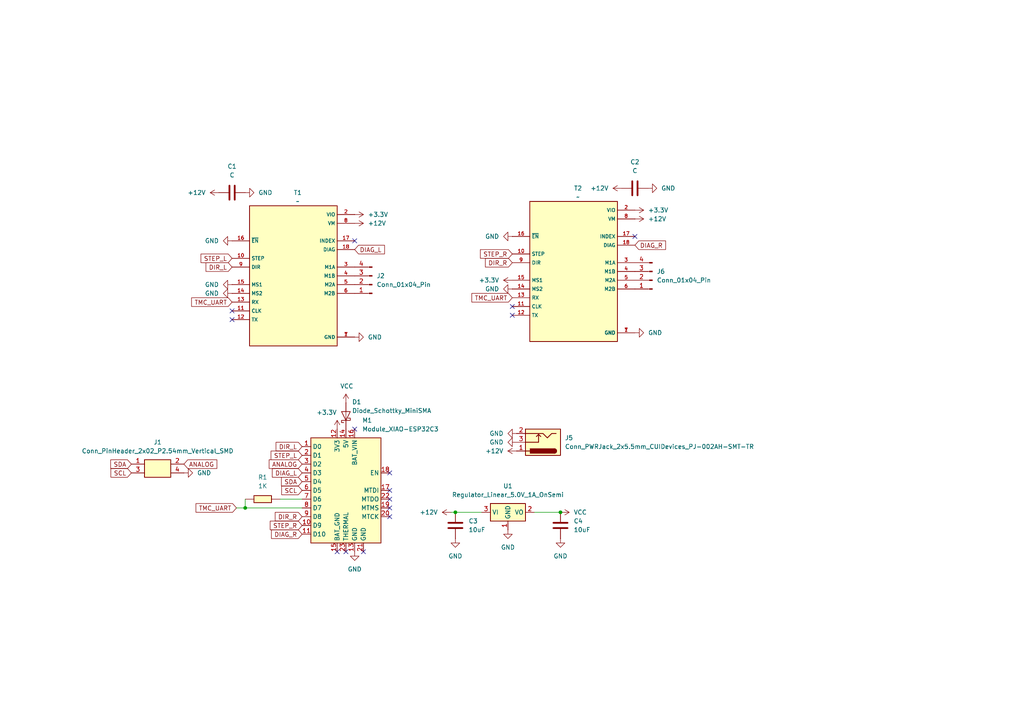
<source format=kicad_sch>
(kicad_sch (version 20231120) (generator "eeschema") (generator_version "8.0")
  (paper "A4")
  (lib_symbols
    (symbol "Connector:Conn_01x04_Pin" (pin_names (offset 1.016) hide)
      (property "Reference" "J" (at 0 5.08 0))
      (property "Value" "Conn_01x04_Pin" (at 0 -7.62 0))
      (symbol "Conn_01x04_Pin_1_1"
        (polyline (pts (xy 1.27 -5.08) (xy 0.8636 -5.08)) (stroke (width 0.1524)))
        (polyline (pts (xy 1.27 -2.54) (xy 0.8636 -2.54)) (stroke (width 0.1524)))
        (polyline (pts (xy 1.27 0) (xy 0.8636 0)) (stroke (width 0.1524)))
        (polyline (pts (xy 1.27 2.54) (xy 0.8636 2.54)) (stroke (width 0.1524)))
        (rectangle (start 0.8636 -4.953) (end 0 -5.207) (stroke (width 0.1524)) (fill (type outline)))
        (rectangle (start 0.8636 -2.413) (end 0 -2.667) (stroke (width 0.1524)) (fill (type outline)))
        (rectangle (start 0.8636 0.127) (end 0 -0.127) (stroke (width 0.1524)) (fill (type outline)))
        (rectangle (start 0.8636 2.667) (end 0 2.413) (stroke (width 0.1524)) (fill (type outline)))
        (pin passive line (at 5.08 2.54 180) (length 3.81) (name "Pin_1") (number "1"))
        (pin passive line (at 5.08 0 180) (length 3.81) (name "Pin_2") (number "2"))
        (pin passive line (at 5.08 -2.54 180) (length 3.81) (name "Pin_3") (number "3"))
        (pin passive line (at 5.08 -5.08 180) (length 3.81) (name "Pin_4") (number "4"))
      )
    )
    (symbol "Device:C" (pin_numbers hide) (pin_names (offset 0.254))
      (property "Reference" "C" (at 0.635 2.54 0))
      (property "Value" "C" (at 0.635 -2.54 0))
      (symbol "C_0_1"
        (polyline (pts (xy -2.032 -0.762) (xy 2.032 -0.762)) (stroke (width 0.508)))
        (polyline (pts (xy -2.032 0.762) (xy 2.032 0.762)) (stroke (width 0.508)))
      )
      (symbol "C_1_1"
        (pin passive line (at 0 3.81 270) (length 2.794) (name "~") (number "1"))
        (pin passive line (at 0 -3.81 90) (length 2.794) (name "~") (number "2"))
      )
    )
    (symbol "TMC2209_SILENTSTEPSTICK:BTT_TMC2209"
      (property "Reference" "U" (at -1.27 0 0))
      (symbol "BTT_TMC2209_0_0"
        (rectangle (start -15.24 -17.78) (end 10.16 22.86) (stroke (width 0.254)) (fill (type background)))
        (pin power_in line (at 15.24 -15.24 180) (length 5.08) (name "GND") (number "1"))
        (pin input line (at -20.32 7.62 0) (length 5.08) (name "STEP") (number "10"))
        (pin input line (at -20.32 -2.54 0) (length 5.08) (name "MS2") (number "14"))
        (pin input line (at -20.32 0 0) (length 5.08) (name "MS1") (number "15"))
        (pin input line (at -20.32 12.7 0) (length 5.08) (name "~{EN}") (number "16"))
        (pin output line (at 15.24 12.7 180) (length 5.08) (name "INDEX") (number "17"))
        (pin output line (at 15.24 10.16 180) (length 5.08) (name "DIAG") (number "18"))
        (pin power_in line (at 15.24 20.32 180) (length 5.08) (name "VIO") (number "2"))
        (pin output line (at 15.24 0 180) (length 5.08) (name "M2A") (number "5"))
        (pin output line (at 15.24 -2.54 180) (length 5.08) (name "M2B") (number "6"))
        (pin power_in line (at 15.24 -15.24 180) (length 5.08) (name "GND") (number "7"))
        (pin power_in line (at 15.24 17.78 180) (length 5.08) (name "VM") (number "8"))
        (pin input line (at -20.32 5.08 0) (length 5.08) (name "DIR") (number "9"))
      )
      (symbol "BTT_TMC2209_1_0"
        (pin bidirectional line (at -20.32 -7.62 0) (length 5.08) (name "CLK") (number "11"))
        (pin bidirectional line (at -20.32 -10.16 0) (length 5.08) (name "TX") (number "12"))
        (pin input line (at -20.32 -5.08 0) (length 5.08) (name "RX") (number "13"))
        (pin output line (at 15.24 5.08 180) (length 5.08) (name "M1A") (number "3"))
        (pin output line (at 15.24 2.54 180) (length 5.08) (name "M1B") (number "4"))
      )
    )
    (symbol "fab:Conn_PWRJack_2x5.5mm_CUIDevices_PJ-002AH-SMT-TR" (pin_names hide)
      (property "Reference" "J" (at 0 5.334 0))
      (property "Value" "Conn_PWRJack_2x5.5mm_CUIDevices_PJ-002AH-SMT-TR" (at 0 -5.08 0))
      (symbol "Conn_PWRJack_2x5.5mm_CUIDevices_PJ-002AH-SMT-TR_0_1"
        (rectangle (start -5.08 3.81) (end 5.08 -3.81) (stroke (width 0.254)) (fill (type background)))
        (arc (start -3.302 3.175) (mid -3.9343 2.54) (end -3.302 1.905) (stroke (width 0.254)))
        (arc (start -3.302 3.175) (mid -3.9343 2.54) (end -3.302 1.905) (stroke (width 0.254)) (fill (type outline)))
        (polyline (pts (xy 1.27 -2.286) (xy 1.905 -1.651)) (stroke (width 0.254)))
        (polyline (pts (xy 5.08 2.54) (xy 3.81 2.54)) (stroke (width 0.254)))
        (polyline (pts (xy 5.08 0) (xy 1.27 0) (xy 1.27 -2.286) (xy 0.635 -1.651)) (stroke (width 0.254)))
        (polyline (pts (xy -3.81 -2.54) (xy -2.54 -2.54) (xy -1.27 -1.27) (xy 0 -2.54) (xy 2.54 -2.54) (xy 5.08 -2.54)) (stroke (width 0.254)))
        (rectangle (start 3.683 3.175) (end -3.302 1.905) (stroke (width 0.254)) (fill (type outline)))
      )
      (symbol "Conn_PWRJack_2x5.5mm_CUIDevices_PJ-002AH-SMT-TR_1_1"
        (pin passive line (at 7.62 2.54 180) (length 2.54) (name "~") (number "1"))
        (pin passive line (at 7.62 -2.54 180) (length 2.54) (name "~") (number "2"))
        (pin passive line (at 7.62 0 180) (length 2.54) (name "~") (number "3"))
      )
    )
    (symbol "fab:Conn_PinHeader_2x02_P2.54mm_Vertical_SMD" (pin_names hide)
      (property "Reference" "J" (at 0 3.81 0))
      (property "Value" "Conn_PinHeader_2x02_P2.54mm_Vertical_SMD" (at 0 -3.81 0))
      (symbol "Conn_PinHeader_2x02_P2.54mm_Vertical_SMD_1_1"
        (rectangle (start -3.81 2.54) (end 3.81 -2.54) (stroke (width 0.254)) (fill (type background)))
        (pin passive line (at -7.62 1.27 0) (length 3.81) (name "Pin_1") (number "1"))
        (pin passive line (at 7.62 1.27 180) (length 3.81) (name "Pin_2") (number "2"))
        (pin passive line (at -7.62 -1.27 0) (length 3.81) (name "Pin_3") (number "3"))
        (pin passive line (at 7.62 -1.27 180) (length 3.81) (name "Pin_4") (number "4"))
      )
    )
    (symbol "fab:Diode_Schottky_MiniSMA" (pin_numbers hide) (pin_names (offset 1.016) hide)
      (property "Reference" "D" (at 0 2.54 0))
      (property "Value" "Diode_Schottky_MiniSMA" (at 0 -2.54 0))
      (symbol "Diode_Schottky_MiniSMA_0_1"
        (polyline (pts (xy 1.27 0) (xy -1.27 0)))
        (polyline (pts (xy 1.27 1.27) (xy 1.27 -1.27) (xy -1.27 0) (xy 1.27 1.27)) (stroke (width 0.2032)))
        (polyline (pts (xy -1.905 0.635) (xy -1.905 1.27) (xy -1.27 1.27) (xy -1.27 -1.27) (xy -0.635 -1.27) (xy -0.635 -0.635)) (stroke (width 0.2032)))
      )
      (symbol "Diode_Schottky_MiniSMA_1_1"
        (pin passive line (at -3.81 0 0) (length 2.54) (name "K") (number "1"))
        (pin passive line (at 3.81 0 180) (length 2.54) (name "A") (number "2"))
      )
    )
    (symbol "fab:Module_XIAO-ESP32C3"
      (property "Reference" "M" (at -10.16 16.51 0))
      (property "Value" "Module_XIAO-ESP32C3" (at 3.81 16.51 0))
      (symbol "Module_XIAO-ESP32C3_1_1"
        (rectangle (start -10.16 15.24) (end 10.16 -15.24) (stroke (width 0.254)) (fill (type background)))
        (pin bidirectional line (at -12.7 12.7 0) (length 2.54) (name "D0") (number "1"))
        (pin bidirectional line (at -12.7 -10.16 0) (length 2.54) (name "D9") (number "10"))
        (pin bidirectional line (at -12.7 -12.7 0) (length 2.54) (name "D10") (number "11"))
        (pin power_in line (at -2.54 17.78 270) (length 2.54) (name "3V3") (number "12"))
        (pin power_in line (at 2.54 -17.78 90) (length 2.54) (name "GND") (number "13"))
        (pin power_in line (at 0 17.78 270) (length 2.54) (name "5V") (number "14"))
        (pin power_in line (at -2.54 -17.78 90) (length 2.54) (name "BAT_GND") (number "15"))
        (pin power_in line (at 2.54 17.78 270) (length 2.54) (name "BAT_VIN") (number "16"))
        (pin input line (at 12.7 0 180) (length 2.54) (name "MTDI") (number "17"))
        (pin input line (at 12.7 5.08 180) (length 2.54) (name "EN") (number "18"))
        (pin input line (at 12.7 -5.08 180) (length 2.54) (name "MTMS") (number "19"))
        (pin bidirectional line (at -12.7 10.16 0) (length 2.54) (name "D1") (number "2"))
        (pin input line (at 12.7 -7.62 180) (length 2.54) (name "MTCK") (number "20"))
        (pin power_in line (at 5.08 -17.78 90) (length 2.54) (name "GND") (number "21"))
        (pin output line (at 12.7 -2.54 180) (length 2.54) (name "MTDO") (number "22"))
        (pin power_in line (at 0 -17.78 90) (length 2.54) (name "THERMAL") (number "23"))
        (pin bidirectional line (at -12.7 7.62 0) (length 2.54) (name "D2") (number "3"))
        (pin bidirectional line (at -12.7 5.08 0) (length 2.54) (name "D3") (number "4"))
        (pin bidirectional line (at -12.7 2.54 0) (length 2.54) (name "D4") (number "5"))
        (pin bidirectional line (at -12.7 0 0) (length 2.54) (name "D5") (number "6"))
        (pin bidirectional line (at -12.7 -2.54 0) (length 2.54) (name "D6") (number "7"))
        (pin bidirectional line (at -12.7 -5.08 0) (length 2.54) (name "D7") (number "8"))
        (pin bidirectional line (at -12.7 -7.62 0) (length 2.54) (name "D8") (number "9"))
      )
    )
    (symbol "fab:R_1206" (pin_numbers hide) (pin_names (offset 0))
      (property "Reference" "R" (at 2.54 0 90))
      (property "Value" "R_1206" (at -2.54 0 90))
      (symbol "R_1206_0_1"
        (rectangle (start -1.016 -2.54) (end 1.016 2.54) (stroke (width 0.254)) (fill (type background)))
      )
      (symbol "R_1206_1_1"
        (pin passive line (at 0 5.08 270) (length 2.54) (name "~") (number "1"))
        (pin passive line (at 0 -5.08 90) (length 2.54) (name "~") (number "2"))
      )
    )
    (symbol "fab:Regulator_Linear_5.0V_1A_OnSemi"
      (property "Reference" "U" (at -5.08 6.35 0))
      (property "Value" "Regulator_Linear_5.0V_1A_OnSemi" (at -5.08 3.81 0))
      (symbol "Regulator_Linear_5.0V_1A_OnSemi_0_1"
        (rectangle (start -5.08 2.54) (end 5.08 -2.54) (stroke (width 0.254)) (fill (type background)))
      )
      (symbol "Regulator_Linear_5.0V_1A_OnSemi_1_1"
        (pin power_in line (at 0 -5.08 90) (length 2.54) (name "GND") (number "1"))
        (pin power_out line (at 7.62 0 180) (length 2.54) (name "VO") (number "2"))
        (pin power_in line (at -7.62 0 0) (length 2.54) (name "VI") (number "3"))
      )
    )
    (symbol "power:+12V" (power) (pin_numbers hide) (pin_names (offset 0) hide)
      (property "Value" "+12V" (at 0 3.556 0))
      (symbol "+12V_0_1"
        (polyline (pts (xy -0.762 1.27) (xy 0 2.54)))
        (polyline (pts (xy 0 0) (xy 0 2.54)))
        (polyline (pts (xy 0 2.54) (xy 0.762 1.27)))
      )
      (symbol "+12V_1_1"
        (pin power_in line (at 0 0 90) (length 0) (name "~") (number "1"))
      )
    )
    (symbol "power:+3.3V" (power) (pin_numbers hide) (pin_names (offset 0) hide)
      (property "Value" "+3.3V" (at 0 3.556 0))
      (symbol "+3.3V_0_1"
        (polyline (pts (xy -0.762 1.27) (xy 0 2.54)))
        (polyline (pts (xy 0 0) (xy 0 2.54)))
        (polyline (pts (xy 0 2.54) (xy 0.762 1.27)))
      )
      (symbol "+3.3V_1_1"
        (pin power_in line (at 0 0 90) (length 0) (name "~") (number "1"))
      )
    )
    (symbol "power:GND" (power) (pin_numbers hide) (pin_names (offset 0) hide)
      (property "Value" "GND" (at 0 -3.81 0))
      (symbol "GND_0_1"
        (polyline (pts (xy 0 0) (xy 0 -1.27) (xy 1.27 -1.27) (xy 0 -2.54) (xy -1.27 -1.27) (xy 0 -1.27)))
      )
      (symbol "GND_1_1"
        (pin power_in line (at 0 0 270) (length 0) (name "~") (number "1"))
      )
    )
    (symbol "power:VCC" (power) (pin_numbers hide) (pin_names (offset 0) hide)
      (property "Value" "VCC" (at 0 3.556 0))
      (symbol "VCC_0_1"
        (polyline (pts (xy -0.762 1.27) (xy 0 2.54)))
        (polyline (pts (xy 0 0) (xy 0 2.54)))
        (polyline (pts (xy 0 2.54) (xy 0.762 1.27)))
      )
      (symbol "VCC_1_1"
        (pin power_in line (at 0 0 90) (length 0) (name "~") (number "1"))
      )
    )
  )
  (junction (at 132.08 148.59))
  (junction (at 71.12 147.32))
  (junction (at 162.56 148.59))
  (no_connect (at 113.03 149.86))
  (no_connect (at 97.79 160.02))
  (no_connect (at 148.59 88.9))
  (no_connect (at 67.31 92.71))
  (no_connect (at 102.87 124.46))
  (no_connect (at 100.33 160.02))
  (no_connect (at 105.41 160.02))
  (no_connect (at 113.03 147.32))
  (no_connect (at 148.59 91.44))
  (no_connect (at 184.15 68.58))
  (no_connect (at 67.31 90.17))
  (no_connect (at 113.03 142.24))
  (no_connect (at 113.03 137.16))
  (no_connect (at 102.87 69.85))
  (no_connect (at 113.03 144.78))
  (wire (pts (xy 68.58 147.32) (xy 71.12 147.32)))
  (wire (pts (xy 154.94 148.59) (xy 162.56 148.59)))
  (wire (pts (xy 71.12 144.78) (xy 71.12 147.32)))
  (wire (pts (xy 132.08 148.59) (xy 139.7 148.59)))
  (wire (pts (xy 81.28 144.78) (xy 87.63 144.78)))
  (wire (pts (xy 71.12 147.32) (xy 87.63 147.32)))
  (wire (pts (xy 130.81 148.59) (xy 132.08 148.59)))
  (global_label "DIAG_R" (shape input) (at 184.15 71.12 0) (property "Intersheetrefs" "${INTERSHEET_REFS}" (effects (hide yes))))
  (global_label "STEP_R" (shape input) (at 87.63 152.4 180) (property "Intersheetrefs" "${INTERSHEET_REFS}" (effects (hide yes))))
  (global_label "DIAG_L" (shape input) (at 102.87 72.39 0) (property "Intersheetrefs" "${INTERSHEET_REFS}" (effects (hide yes))))
  (global_label "DIR_R" (shape input) (at 148.59 76.2 180) (property "Intersheetrefs" "${INTERSHEET_REFS}" (effects (hide yes))))
  (global_label "SCL" (shape input) (at 38.1 137.16 180) (property "Intersheetrefs" "${INTERSHEET_REFS}" (effects (hide yes))))
  (global_label "TMC_UART" (shape input) (at 148.59 86.36 180) (property "Intersheetrefs" "${INTERSHEET_REFS}" (effects (hide yes))))
  (global_label "DIAG_R" (shape input) (at 87.63 154.94 180) (property "Intersheetrefs" "${INTERSHEET_REFS}" (effects (hide yes))))
  (global_label "DIR_R" (shape input) (at 87.63 149.86 180) (property "Intersheetrefs" "${INTERSHEET_REFS}" (effects (hide yes))))
  (global_label "DIAG_L" (shape input) (at 87.63 137.16 180) (property "Intersheetrefs" "${INTERSHEET_REFS}" (effects (hide yes))))
  (global_label "STEP_L" (shape input) (at 87.63 132.08 180) (property "Intersheetrefs" "${INTERSHEET_REFS}" (effects (hide yes))))
  (global_label "TMC_UART" (shape input) (at 68.58 147.32 180) (property "Intersheetrefs" "${INTERSHEET_REFS}" (effects (hide yes))))
  (global_label "TMC_UART" (shape input) (at 67.31 87.63 180) (property "Intersheetrefs" "${INTERSHEET_REFS}" (effects (hide yes))))
  (global_label "DIR_L" (shape input) (at 67.31 77.47 180) (property "Intersheetrefs" "${INTERSHEET_REFS}" (effects (hide yes))))
  (global_label "SDA" (shape input) (at 38.1 134.62 180) (property "Intersheetrefs" "${INTERSHEET_REFS}" (effects (hide yes))))
  (global_label "SDA" (shape input) (at 87.63 139.7 180) (property "Intersheetrefs" "${INTERSHEET_REFS}" (effects (hide yes))))
  (global_label "STEP_L" (shape input) (at 67.31 74.93 180) (property "Intersheetrefs" "${INTERSHEET_REFS}" (effects (hide yes))))
  (global_label "SCL" (shape input) (at 87.63 142.24 180) (property "Intersheetrefs" "${INTERSHEET_REFS}" (effects (hide yes))))
  (global_label "DIR_L" (shape input) (at 87.63 129.54 180) (property "Intersheetrefs" "${INTERSHEET_REFS}" (effects (hide yes))))
  (global_label "ANALOG" (shape input) (at 87.63 134.62 180) (property "Intersheetrefs" "${INTERSHEET_REFS}" (effects (hide yes))))
  (global_label "ANALOG" (shape input) (at 53.34 134.62 0) (property "Intersheetrefs" "${INTERSHEET_REFS}" (effects (hide yes))))
  (global_label "STEP_R" (shape input) (at 148.59 73.66 180) (property "Intersheetrefs" "${INTERSHEET_REFS}" (effects (hide yes))))
  (symbol (lib_id "power:GND") (at 102.87 160.02 0) (unit 1)
    (property "Reference" "#PWR020" (effects (hide yes)))
    (property "Value" "GND" (at 102.87 165.1 0))
    (property "Description" "Power symbol creates a global label with name \"GND\" , ground" (effects (hide yes)))
  )
  (symbol (lib_id "fab:Conn_PWRJack_2x5.5mm_CUIDevices_PJ-002AH-SMT-TR") (at 157.48 128.27 180) (unit 1)
    (property "Reference" "J5" (at 163.83 126.9999 0) (effects (justify right)))
    (property "Value" "Conn_PWRJack_2x5.5mm_CUIDevices_PJ-002AH-SMT-TR" (at 163.83 129.5399 0) (effects (justify right)))
    (property "Footprint" "fab:CUIDevices_PJ-002AH-SMT-TR_PWRJack_2x5.5mm" (effects (hide yes)))
    (property "Datasheet" "https://www.cuidevices.com/product/resource/pj-002ah-smt-tr.pdf" (effects (hide yes)))
    (property "Description" "Power Barrel Connector Jack 2.00mm ID (0.079\"), 5.50mm OD (0.217\") Surface Mount" (effects (hide yes)))
  )
  (symbol (lib_id "Connector:Conn_01x04_Pin") (at 107.95 82.55 180) (unit 1)
    (property "Reference" "J2" (at 109.22 80.0099 0) (effects (justify right)))
    (property "Value" "Conn_01x04_Pin" (at 109.22 82.5499 0) (effects (justify right)))
    (property "Footprint" "Connector_PinHeader_2.54mm:PinHeader_1x04_P2.54mm_Vertical" (effects (hide yes)))
    (property "Description" "Generic connector, single row, 01x04, script generated" (effects (hide yes)))
  )
  (symbol (lib_id "power:GND") (at 67.31 82.55 270) (unit 1)
    (property "Reference" "#PWR01" (effects (hide yes)))
    (property "Value" "GND" (at 63.5 82.5499 90) (effects (justify right)))
    (property "Description" "Power symbol creates a global label with name \"GND\" , ground" (effects (hide yes)))
  )
  (symbol (lib_id "power:GND") (at 148.59 68.58 270) (unit 1)
    (property "Reference" "#PWR037" (effects (hide yes)))
    (property "Value" "GND" (at 144.78 68.5799 90) (effects (justify right)))
    (property "Description" "Power symbol creates a global label with name \"GND\" , ground" (effects (hide yes)))
  )
  (symbol (lib_id "power:VCC") (at 100.33 116.84 0) (unit 1)
    (property "Reference" "#PWR031" (effects (hide yes)))
    (property "Value" "VCC" (at 100.584 112.014 0))
    (property "Description" "Power symbol creates a global label with name \"VCC\"" (effects (hide yes)))
  )
  (symbol (lib_id "power:GND") (at 148.59 83.82 270) (unit 1)
    (property "Reference" "#PWR034" (effects (hide yes)))
    (property "Value" "GND" (at 144.78 83.8199 90) (effects (justify right)))
    (property "Description" "Power symbol creates a global label with name \"GND\" , ground" (effects (hide yes)))
  )
  (symbol (lib_id "fab:R_1206") (at 76.2 144.78 90) (unit 1)
    (property "Reference" "R1" (at 76.2 138.43 90))
    (property "Value" "1K" (at 76.2 140.97 90))
    (property "Footprint" "fab:R_1206" (effects (hide yes)))
    (property "Description" "Resistor" (effects (hide yes)))
  )
  (symbol (lib_id "fab:Diode_Schottky_MiniSMA") (at 100.33 120.65 90) (unit 1)
    (property "Reference" "D1" (at 102.108 116.586 90) (effects (justify right)))
    (property "Value" "Diode_Schottky_MiniSMA" (at 102.108 119.126 90) (effects (justify right)))
    (property "Footprint" "fab:Diode_Schottky_MiniSMA" (effects (hide yes)))
    (property "Datasheet" "https://www.st.com/content/ccc/resource/technical/document/datasheet/c6/32/d4/4a/28/d3/4b/11/CD00004930.pdf/files/CD00004930.pdf/jcr:content/translations/en.CD00004930.pdf" (effects (hide yes)))
    (property "Description" "Schottky diode with Mini-SMA footprint" (effects (hide yes)))
  )
  (symbol (lib_id "power:GND") (at 187.96 54.61 90) (unit 1)
    (property "Reference" "#PWR012" (effects (hide yes)))
    (property "Value" "GND" (at 191.77 54.6099 90) (effects (justify right)))
    (property "Description" "Power symbol creates a global label with name \"GND\" , ground" (effects (hide yes)))
  )
  (symbol (lib_id "power:+12V") (at 180.34 54.61 90) (unit 1)
    (property "Reference" "#PWR010" (effects (hide yes)))
    (property "Value" "+12V" (at 176.53 54.6099 90) (effects (justify left)))
    (property "Description" "Power symbol creates a global label with name \"+12V\"" (effects (hide yes)))
  )
  (symbol (lib_id "power:GND") (at 67.31 69.85 270) (unit 1)
    (property "Reference" "#PWR02" (effects (hide yes)))
    (property "Value" "GND" (at 63.5 69.8499 90) (effects (justify right)))
    (property "Description" "Power symbol creates a global label with name \"GND\" , ground" (effects (hide yes)))
  )
  (symbol (lib_id "power:GND") (at 149.86 125.73 270) (unit 1)
    (property "Reference" "#PWR021" (effects (hide yes)))
    (property "Value" "GND" (at 146.05 125.7299 90) (effects (justify right)))
    (property "Description" "Power symbol creates a global label with name \"GND\" , ground" (effects (hide yes)))
  )
  (symbol (lib_id "Device:C") (at 132.08 152.4 0) (unit 1)
    (property "Reference" "C3" (at 135.89 151.1299 0) (effects (justify left)))
    (property "Value" "10uF" (at 135.89 153.6699 0) (effects (justify left)))
    (property "Footprint" "fab:C_1206" (effects (hide yes)))
    (property "Description" "Unpolarized capacitor" (effects (hide yes)))
  )
  (symbol (lib_id "power:GND") (at 132.08 156.21 0) (unit 1)
    (property "Reference" "#PWR026" (effects (hide yes)))
    (property "Value" "GND" (at 132.08 161.29 0))
    (property "Description" "Power symbol creates a global label with name \"GND\" , ground" (effects (hide yes)))
  )
  (symbol (lib_id "power:GND") (at 67.31 85.09 270) (unit 1)
    (property "Reference" "#PWR05" (effects (hide yes)))
    (property "Value" "GND" (at 63.5 85.0899 90) (effects (justify right)))
    (property "Description" "Power symbol creates a global label with name \"GND\" , ground" (effects (hide yes)))
  )
  (symbol (lib_id "power:+3.3V") (at 184.15 60.96 270) (unit 1)
    (property "Reference" "#PWR035" (effects (hide yes)))
    (property "Value" "+3.3V" (at 187.96 60.9599 90) (effects (justify left)))
    (property "Description" "Power symbol creates a global label with name \"+3.3V\"" (effects (hide yes)))
  )
  (symbol (lib_id "power:GND") (at 71.12 55.88 90) (unit 1)
    (property "Reference" "#PWR011" (effects (hide yes)))
    (property "Value" "GND" (at 74.93 55.8799 90) (effects (justify right)))
    (property "Description" "Power symbol creates a global label with name \"GND\" , ground" (effects (hide yes)))
  )
  (symbol (lib_id "Device:C") (at 162.56 152.4 0) (unit 1)
    (property "Reference" "C4" (at 166.37 151.1299 0) (effects (justify left)))
    (property "Value" "10uF" (at 166.37 153.6699 0) (effects (justify left)))
    (property "Footprint" "fab:C_1206" (effects (hide yes)))
    (property "Description" "Unpolarized capacitor" (effects (hide yes)))
  )
  (symbol (lib_id "Device:C") (at 67.31 55.88 90) (unit 1)
    (property "Reference" "C1" (at 67.31 48.26 90))
    (property "Value" "C" (at 67.31 50.8 90))
    (property "Footprint" "Capacitor_THT:CP_Radial_Tantal_D6.0mm_P2.50mm" (effects (hide yes)))
    (property "Description" "Unpolarized capacitor" (effects (hide yes)))
  )
  (symbol (lib_id "power:+12V") (at 184.15 63.5 270) (unit 1)
    (property "Reference" "#PWR036" (effects (hide yes)))
    (property "Value" "+12V" (at 187.96 63.4999 90) (effects (justify left)))
    (property "Description" "Power symbol creates a global label with name \"+12V\"" (effects (hide yes)))
  )
  (symbol (lib_id "power:+12V") (at 102.87 64.77 270) (unit 1)
    (property "Reference" "#PWR016" (effects (hide yes)))
    (property "Value" "+12V" (at 106.68 64.7699 90) (effects (justify left)))
    (property "Description" "Power symbol creates a global label with name \"+12V\"" (effects (hide yes)))
  )
  (symbol (lib_id "power:+3.3V") (at 102.87 62.23 270) (unit 1)
    (property "Reference" "#PWR08" (effects (hide yes)))
    (property "Value" "+3.3V" (at 106.68 62.2299 90) (effects (justify left)))
    (property "Description" "Power symbol creates a global label with name \"+3.3V\"" (effects (hide yes)))
  )
  (symbol (lib_id "power:+3.3V") (at 97.79 124.46 0) (unit 1)
    (property "Reference" "#PWR019" (effects (hide yes)))
    (property "Value" "+3.3V" (at 94.742 119.634 0))
    (property "Description" "Power symbol creates a global label with name \"+3.3V\"" (effects (hide yes)))
  )
  (symbol (lib_id "power:GND") (at 147.32 153.67 0) (unit 1)
    (property "Reference" "#PWR027" (effects (hide yes)))
    (property "Value" "GND" (at 147.32 158.75 0))
    (property "Description" "Power symbol creates a global label with name \"GND\" , ground" (effects (hide yes)))
  )
  (symbol (lib_id "fab:Regulator_Linear_5.0V_1A_OnSemi") (at 147.32 148.59 0) (unit 1)
    (property "Reference" "U1" (at 147.32 140.97 0))
    (property "Value" "Regulator_Linear_5.0V_1A_OnSemi" (at 147.32 143.51 0))
    (property "Footprint" "fab:SOT-223-3_TabPin2" (effects (hide yes)))
    (property "Datasheet" "https://www.onsemi.com/pdf/datasheet/ncp1117-d.pdf" (effects (hide yes)))
    (property "Description" "5.0V 1A Linear Voltage Regulator from OnSemi in SOT-223-3_TabPin2 package" (effects (hide yes)))
  )
  (symbol (lib_id "power:GND") (at 184.15 96.52 90) (unit 1)
    (property "Reference" "#PWR032" (effects (hide yes)))
    (property "Value" "GND" (at 187.96 96.5199 90) (effects (justify right)))
    (property "Description" "Power symbol creates a global label with name \"GND\" , ground" (effects (hide yes)))
  )
  (symbol (lib_id "fab:Conn_PinHeader_2x02_P2.54mm_Vertical_SMD") (at 45.72 135.89 0) (unit 1)
    (property "Reference" "J1" (at 45.72 128.27 0))
    (property "Value" "Conn_PinHeader_2x02_P2.54mm_Vertical_SMD" (at 45.72 130.81 0))
    (property "Footprint" "fab:PinHeader_2x02_P2.54mm_Vertical_SMD" (effects (hide yes)))
    (property "Datasheet" "https://cdn.amphenol-icc.com/media/wysiwyg/files/drawing/95278.pdf" (effects (hide yes)))
    (property "Description" "Connector Header Surface Mount 4 position 0.100\" (2.54mm)" (effects (hide yes)))
  )
  (symbol (lib_id "power:+12V") (at 63.5 55.88 90) (unit 1)
    (property "Reference" "#PWR09" (effects (hide yes)))
    (property "Value" "+12V" (at 59.69 55.8799 90) (effects (justify left)))
    (property "Description" "Power symbol creates a global label with name \"+12V\"" (effects (hide yes)))
  )
  (symbol (lib_id "Connector:Conn_01x04_Pin") (at 189.23 81.28 180) (unit 1)
    (property "Reference" "J6" (at 190.5 78.7399 0) (effects (justify right)))
    (property "Value" "Conn_01x04_Pin" (at 190.5 81.2799 0) (effects (justify right)))
    (property "Footprint" "Connector_PinHeader_2.54mm:PinHeader_1x04_P2.54mm_Vertical" (effects (hide yes)))
    (property "Description" "Generic connector, single row, 01x04, script generated" (effects (hide yes)))
  )
  (symbol (lib_id "power:+12V") (at 130.81 148.59 90) (unit 1)
    (property "Reference" "#PWR029" (effects (hide yes)))
    (property "Value" "+12V" (at 127 148.5899 90) (effects (justify left)))
    (property "Description" "Power symbol creates a global label with name \"+12V\"" (effects (hide yes)))
  )
  (symbol (lib_id "TMC2209_SILENTSTEPSTICK:BTT_TMC2209") (at 168.91 81.28 0) (unit 1)
    (property "Reference" "T2" (at 167.64 54.61 0))
    (property "Value" "~" (at 167.64 57.15 0))
    (property "Footprint" "TMC2209_SILENTSTEPSTICK:MODULE_TMC2209_SILENTSTEPSTICK" (effects (hide yes)))
  )
  (symbol (lib_id "power:GND") (at 102.87 97.79 90) (unit 1)
    (property "Reference" "#PWR017" (effects (hide yes)))
    (property "Value" "GND" (at 106.68 97.7899 90) (effects (justify right)))
    (property "Description" "Power symbol creates a global label with name \"GND\" , ground" (effects (hide yes)))
  )
  (symbol (lib_id "power:+12V") (at 149.86 130.81 90) (unit 1)
    (property "Reference" "#PWR023" (effects (hide yes)))
    (property "Value" "+12V" (at 146.05 130.8099 90) (effects (justify left)))
    (property "Description" "Power symbol creates a global label with name \"+12V\"" (effects (hide yes)))
  )
  (symbol (lib_id "power:+3.3V") (at 148.59 81.28 90) (unit 1)
    (property "Reference" "#PWR033" (effects (hide yes)))
    (property "Value" "+3.3V" (at 144.78 81.2799 90) (effects (justify left)))
    (property "Description" "Power symbol creates a global label with name \"+3.3V\"" (effects (hide yes)))
  )
  (symbol (lib_id "Device:C") (at 184.15 54.61 90) (unit 1)
    (property "Reference" "C2" (at 184.15 46.99 90))
    (property "Value" "C" (at 184.15 49.53 90))
    (property "Footprint" "Capacitor_THT:CP_Radial_Tantal_D6.0mm_P2.50mm" (effects (hide yes)))
    (property "Description" "Unpolarized capacitor" (effects (hide yes)))
  )
  (symbol (lib_id "power:GND") (at 149.86 128.27 270) (unit 1)
    (property "Reference" "#PWR022" (effects (hide yes)))
    (property "Value" "GND" (at 146.05 128.2699 90) (effects (justify right)))
    (property "Description" "Power symbol creates a global label with name \"GND\" , ground" (effects (hide yes)))
  )
  (symbol (lib_id "fab:Module_XIAO-ESP32C3") (at 100.33 142.24 0) (unit 1)
    (property "Reference" "M1" (at 105.0641 121.92 0) (effects (justify left)))
    (property "Value" "Module_XIAO-ESP32C3" (at 105.0641 124.46 0) (effects (justify left)))
    (property "Footprint" "fab:SeeedStudio_XIAO_ESP32C3" (effects (hide yes)))
    (property "Datasheet" "https://wiki.seeedstudio.com/XIAO_ESP32C3_Getting_Started/" (effects (hide yes)))
    (property "Description" "ESP32-C3 Transceiver; 802.11 a/b/g/n (Wi-Fi, WiFi, WLAN), Bluetooth® Smart 4.x Low Energy (BLE) 2.4GHz Evaluation Board" (effects (hide yes)))
  )
  (symbol (lib_id "power:GND") (at 53.34 137.16 90) (unit 1)
    (property "Reference" "#PWR03" (effects (hide yes)))
    (property "Value" "GND" (at 57.15 137.1599 90) (effects (justify right)))
    (property "Description" "Power symbol creates a global label with name \"GND\" , ground" (effects (hide yes)))
  )
  (symbol (lib_id "power:GND") (at 162.56 156.21 0) (unit 1)
    (property "Reference" "#PWR028" (effects (hide yes)))
    (property "Value" "GND" (at 162.56 161.29 0))
    (property "Description" "Power symbol creates a global label with name \"GND\" , ground" (effects (hide yes)))
  )
  (symbol (lib_id "power:VCC") (at 162.56 148.59 270) (unit 1)
    (property "Reference" "#PWR030" (effects (hide yes)))
    (property "Value" "VCC" (at 166.37 148.5899 90) (effects (justify left)))
    (property "Description" "Power symbol creates a global label with name \"VCC\"" (effects (hide yes)))
  )
  (symbol (lib_id "TMC2209_SILENTSTEPSTICK:BTT_TMC2209") (at 87.63 82.55 0) (unit 1)
    (property "Reference" "T1" (at 86.36 55.88 0))
    (property "Value" "~" (at 86.36 58.42 0))
    (property "Footprint" "TMC2209_SILENTSTEPSTICK:MODULE_TMC2209_SILENTSTEPSTICK" (effects (hide yes)))
  )
)
</source>
